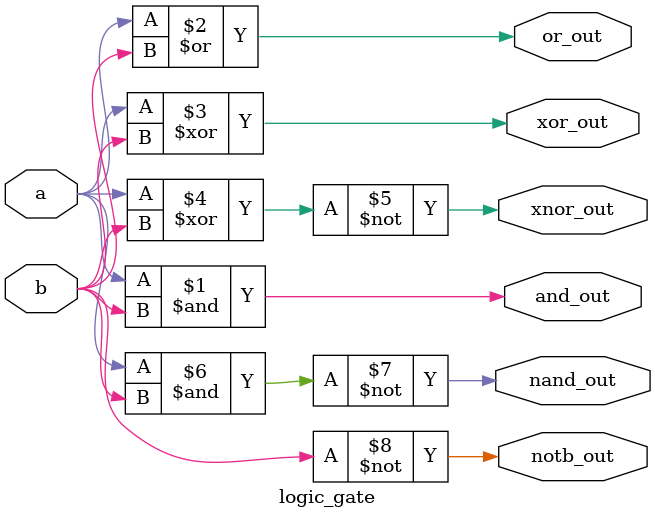
<source format=v>
module logic_gate(a, b, and_out, or_out, xor_out, xnor_out, nand_out,notb_out);
	input 	a, b;
	output 	 and_out, or_out, xor_out, xnor_out, nand_out,notb_out;

	assign and_out 	= a & b;
	assign or_out	= a | b;
	assign xor_out	= a ^ b;
	assign xnor_out	= ~(a ^ b);
	assign nand_out = ~(a & b);
	assign notb_out	= ~b;

endmodule

</source>
